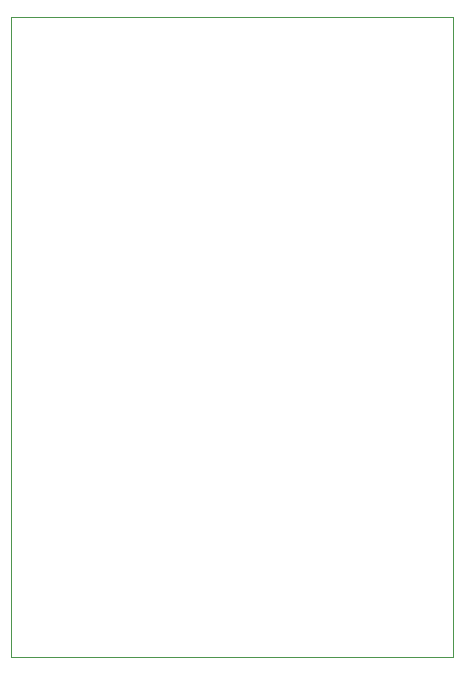
<source format=gbr>
%TF.GenerationSoftware,KiCad,Pcbnew,9.0.0*%
%TF.CreationDate,2025-04-02T00:09:28-04:00*%
%TF.ProjectId,IngestibleCapsule-Board_whole,496e6765-7374-4696-926c-654361707375,rev?*%
%TF.SameCoordinates,Original*%
%TF.FileFunction,Profile,NP*%
%FSLAX46Y46*%
G04 Gerber Fmt 4.6, Leading zero omitted, Abs format (unit mm)*
G04 Created by KiCad (PCBNEW 9.0.0) date 2025-04-02 00:09:28*
%MOMM*%
%LPD*%
G01*
G04 APERTURE LIST*
%TA.AperFunction,Profile*%
%ADD10C,0.050000*%
%TD*%
G04 APERTURE END LIST*
D10*
X48600000Y-48600000D02*
X86000000Y-48600000D01*
X86000000Y-102800000D01*
X48600000Y-102800000D01*
X48600000Y-48600000D01*
M02*

</source>
